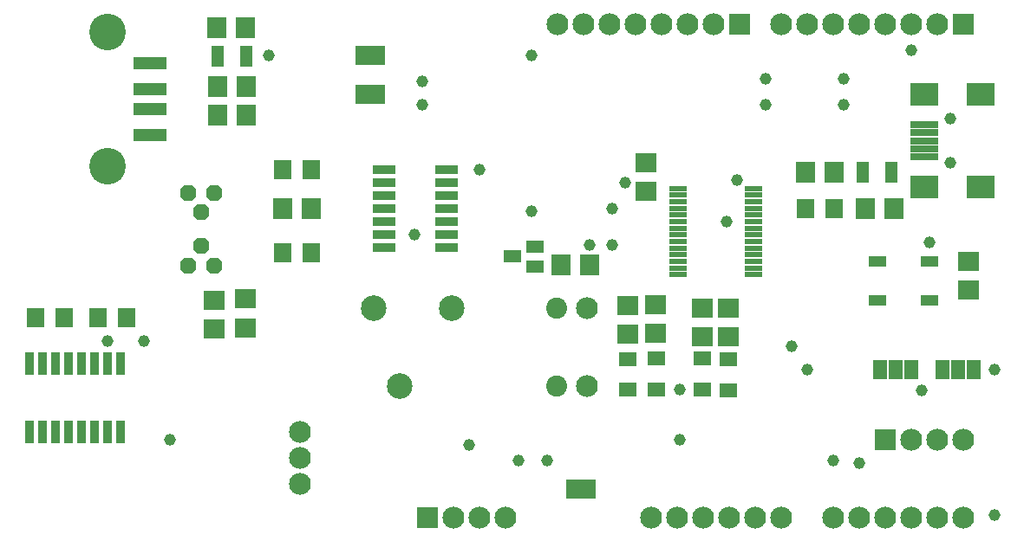
<source format=gts>
G75*
G70*
%OFA0B0*%
%FSLAX24Y24*%
%IPPOS*%
%LPD*%
%AMOC8*
5,1,8,0,0,1.08239X$1,22.5*
%
%ADD10R,0.0650X0.0237*%
%ADD11R,0.1084X0.0297*%
%ADD12R,0.1084X0.0887*%
%ADD13C,0.0454*%
%ADD14R,0.0651X0.0572*%
%ADD15R,0.0809X0.0730*%
%ADD16R,0.0840X0.0840*%
%ADD17C,0.0840*%
%ADD18R,0.0730X0.0809*%
%ADD19R,0.0651X0.0494*%
%ADD20C,0.0986*%
%ADD21C,0.0809*%
%ADD22R,0.0494X0.0809*%
%ADD23R,0.0651X0.0730*%
%ADD24R,0.0560X0.0730*%
%ADD25R,0.0060X0.0720*%
%ADD26R,0.0700X0.0400*%
%ADD27OC8,0.0620*%
%ADD28R,0.0900X0.0360*%
%ADD29R,0.0360X0.0900*%
%ADD30C,0.1410*%
%ADD31R,0.1281X0.0454*%
%ADD32C,0.0460*%
D10*
X026661Y010847D03*
X026661Y011103D03*
X026661Y011359D03*
X026661Y011614D03*
X026661Y011870D03*
X026661Y012126D03*
X026661Y012382D03*
X026661Y012638D03*
X026661Y012894D03*
X026661Y013150D03*
X026661Y013406D03*
X026661Y013662D03*
X026661Y013918D03*
X026661Y014173D03*
X029540Y014173D03*
X029540Y013918D03*
X029540Y013662D03*
X029540Y013406D03*
X029540Y013150D03*
X029540Y012894D03*
X029540Y012638D03*
X029540Y012382D03*
X029540Y012126D03*
X029540Y011870D03*
X029540Y011614D03*
X029540Y011359D03*
X029540Y011103D03*
X029540Y010847D03*
D11*
X036117Y015380D03*
X036117Y015695D03*
X036117Y016010D03*
X036117Y016325D03*
X036117Y016640D03*
D12*
X036117Y017782D03*
X038282Y017782D03*
X038282Y014238D03*
X036117Y014238D03*
D13*
X037101Y015144D03*
X037101Y016876D03*
D14*
X028581Y007581D03*
X027571Y007621D03*
X025831Y007611D03*
X024701Y007601D03*
X024701Y006420D03*
X025831Y006430D03*
X027571Y006440D03*
X028581Y006400D03*
D15*
X028571Y008459D03*
X027571Y008469D03*
X025791Y008589D03*
X024701Y008559D03*
X024701Y009661D03*
X025791Y009691D03*
X027571Y009571D03*
X028571Y009561D03*
X025431Y014059D03*
X025431Y015161D03*
X037801Y011361D03*
X037801Y010259D03*
X010001Y009911D03*
X008801Y009861D03*
X008801Y008759D03*
X010001Y008809D03*
D16*
X017001Y001510D03*
X034601Y004510D03*
X037601Y020510D03*
X029001Y020510D03*
D17*
X028001Y020510D03*
X027001Y020510D03*
X026001Y020510D03*
X025001Y020510D03*
X024001Y020510D03*
X023001Y020510D03*
X022001Y020510D03*
X030601Y020510D03*
X031601Y020510D03*
X032601Y020510D03*
X033601Y020510D03*
X034601Y020510D03*
X035601Y020510D03*
X036601Y020510D03*
X023161Y009560D03*
X023161Y006560D03*
X025601Y001510D03*
X026601Y001510D03*
X027601Y001510D03*
X028601Y001510D03*
X029601Y001510D03*
X030601Y001510D03*
X032601Y001510D03*
X033601Y001510D03*
X034601Y001510D03*
X035601Y001510D03*
X036601Y001510D03*
X037601Y001510D03*
X037601Y004510D03*
X036601Y004510D03*
X035601Y004510D03*
X020001Y001510D03*
X019001Y001510D03*
X018001Y001510D03*
X012101Y002810D03*
X012101Y003810D03*
X012101Y004810D03*
D18*
X022150Y011230D03*
X023252Y011230D03*
X031550Y014810D03*
X032652Y014810D03*
X033850Y013410D03*
X034952Y013410D03*
X012552Y013410D03*
X011450Y013410D03*
X010052Y017010D03*
X008950Y017010D03*
X008950Y018110D03*
X010052Y018110D03*
X010002Y020360D03*
X008900Y020360D03*
D19*
X021154Y011924D03*
X020288Y011550D03*
X021154Y011176D03*
D20*
X017966Y009552D03*
X014934Y009552D03*
X015958Y006560D03*
D21*
X021982Y006560D03*
X021982Y009552D03*
D22*
X033750Y014810D03*
X034852Y014810D03*
X010052Y019260D03*
X008950Y019260D03*
D23*
X011450Y014910D03*
X012552Y014910D03*
X012552Y011710D03*
X011450Y011710D03*
X005452Y009210D03*
X004350Y009210D03*
X003052Y009210D03*
X001950Y009210D03*
X031550Y013410D03*
X032652Y013410D03*
D24*
X034401Y007210D03*
X035001Y007210D03*
X035601Y007210D03*
X036801Y007210D03*
X037401Y007210D03*
X038001Y007210D03*
X023221Y002600D03*
X022621Y002600D03*
X015101Y017810D03*
X014501Y017810D03*
X014501Y019310D03*
X015101Y019310D03*
D25*
X014801Y019310D03*
X014801Y017810D03*
X022921Y002600D03*
D26*
X034301Y009860D03*
X036301Y009860D03*
X036301Y011360D03*
X034301Y011360D03*
D27*
X008801Y011210D03*
X007801Y011210D03*
X008301Y011960D03*
X008301Y013260D03*
X008801Y014010D03*
X007801Y014010D03*
D28*
X015341Y013910D03*
X015341Y013410D03*
X015341Y012910D03*
X015341Y012410D03*
X015341Y011910D03*
X017761Y011910D03*
X017761Y012410D03*
X017761Y012910D03*
X017761Y013410D03*
X017761Y013910D03*
X017761Y014410D03*
X017761Y014910D03*
X015341Y014910D03*
X015341Y014410D03*
D29*
X005201Y007415D03*
X004701Y007415D03*
X004201Y007415D03*
X003701Y007415D03*
X003201Y007415D03*
X002701Y007415D03*
X002201Y007415D03*
X001701Y007415D03*
X001701Y004805D03*
X002201Y004805D03*
X002701Y004805D03*
X003201Y004805D03*
X003701Y004805D03*
X004201Y004805D03*
X004701Y004805D03*
X005201Y004805D03*
D30*
X004701Y015025D03*
X004701Y020195D03*
D31*
X006359Y018988D03*
X006359Y018004D03*
X006359Y017216D03*
X006359Y016232D03*
D32*
X007101Y004510D03*
X006101Y008310D03*
X004701Y008310D03*
X016501Y012410D03*
X021001Y013310D03*
X023252Y012009D03*
X024101Y012010D03*
X024101Y013410D03*
X024601Y014410D03*
X028501Y012890D03*
X028901Y014490D03*
X030001Y017410D03*
X030001Y018410D03*
X033001Y018410D03*
X033001Y017410D03*
X035601Y019510D03*
X036301Y012110D03*
X031001Y008110D03*
X031601Y007210D03*
X036001Y006410D03*
X038801Y007210D03*
X033601Y003610D03*
X032601Y003710D03*
X026701Y004510D03*
X026701Y006430D03*
X021601Y003710D03*
X020501Y003710D03*
X018601Y004310D03*
X019001Y014910D03*
X016801Y017410D03*
X016801Y018310D03*
X021001Y019310D03*
X010901Y019310D03*
X038801Y001610D03*
M02*

</source>
